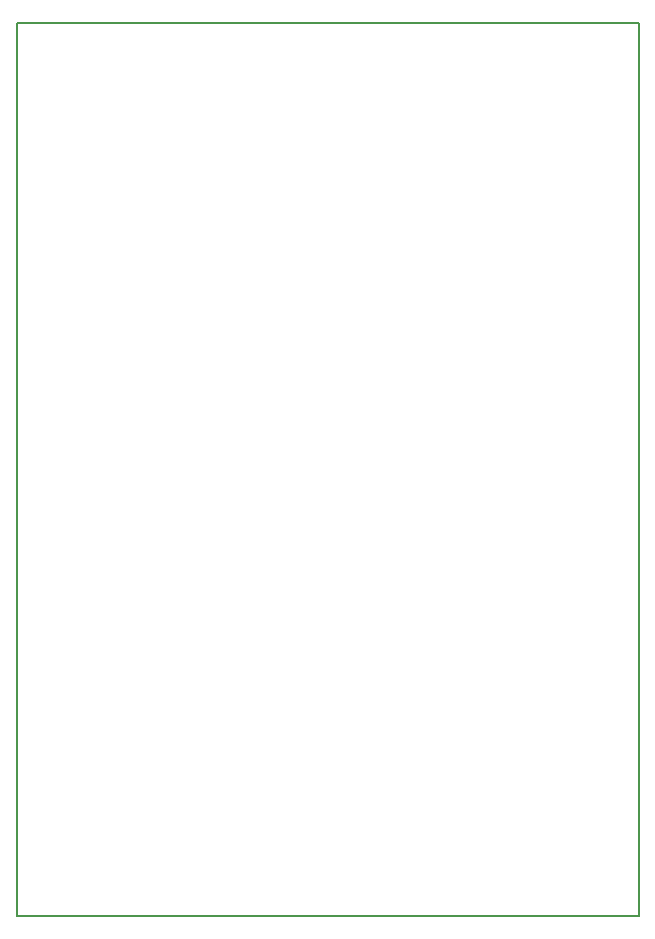
<source format=gbr>
G04 #@! TF.FileFunction,Profile,NP*
%FSLAX46Y46*%
G04 Gerber Fmt 4.6, Leading zero omitted, Abs format (unit mm)*
G04 Created by KiCad (PCBNEW 4.0.2-stable) date 2016/07/13 17:42:33*
%MOMM*%
G01*
G04 APERTURE LIST*
%ADD10C,0.100000*%
%ADD11C,0.150000*%
G04 APERTURE END LIST*
D10*
D11*
X71120000Y-20955000D02*
X71120000Y-96520000D01*
X123825000Y-96520000D02*
X71120000Y-96520000D01*
X123825000Y-20955000D02*
X123825000Y-96520000D01*
X123825000Y-20955000D02*
X71120000Y-20955000D01*
M02*

</source>
